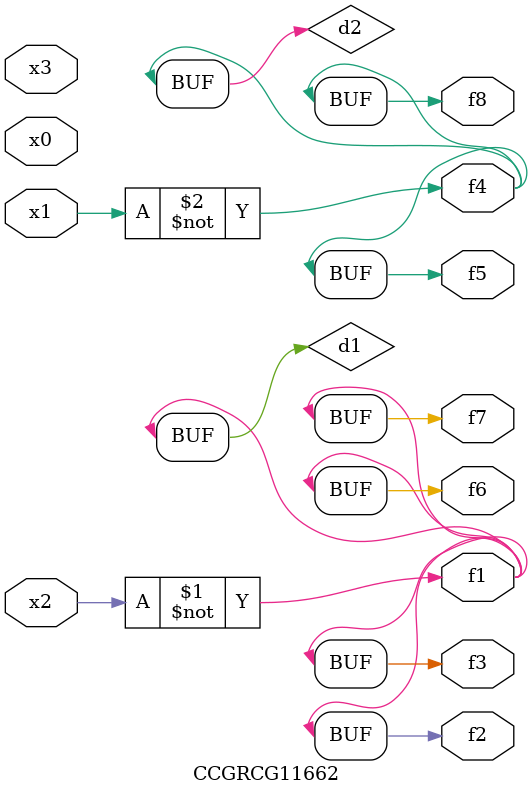
<source format=v>
module CCGRCG11662(
	input x0, x1, x2, x3,
	output f1, f2, f3, f4, f5, f6, f7, f8
);

	wire d1, d2;

	xnor (d1, x2);
	not (d2, x1);
	assign f1 = d1;
	assign f2 = d1;
	assign f3 = d1;
	assign f4 = d2;
	assign f5 = d2;
	assign f6 = d1;
	assign f7 = d1;
	assign f8 = d2;
endmodule

</source>
